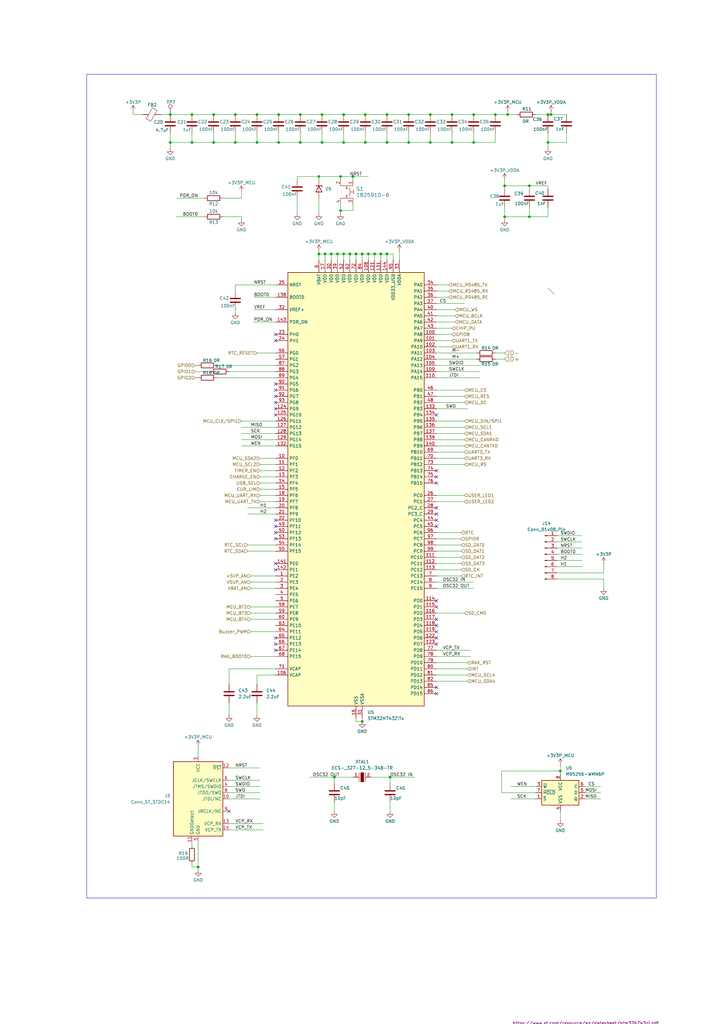
<source format=kicad_sch>
(kicad_sch (version 20250114) (generator "eeschema") (generator_version "9.0")
  (paper "A3" portrait)
  (title_block (title "OpenAirScope") (date "2025-09-08") (rev "v0-Draft") (company "E.Mert ÇAKIR"))
  (junction (at 138.43 104.14))
  (junction (at 158.75 104.14))
  (junction (at 105.41 58.42))
  (junction (at 78.74 46.99))
  (junction (at 78.74 58.42))
  (junction (at 158.75 58.42))
  (junction (at 140.97 104.14))
  (junction (at 167.64 58.42))
  (junction (at 105.41 46.99))
  (junction (at 140.97 58.42))
  (junction (at 96.52 46.99))
  (junction (at 132.08 46.99))
  (junction (at 151.13 104.14))
  (junction (at 148.59 295.91))
  (junction (at 207.01 76.2))
  (junction (at 114.3 46.99))
  (junction (at 69.85 46.99))
  (junction (at 140.97 46.99))
  (junction (at 123.19 46.99))
  (junction (at 137.16 318.77))
  (junction (at 203.2 46.99))
  (junction (at 153.67 104.14))
  (junction (at 139.7 86.36))
  (junction (at 176.53 58.42))
  (junction (at 160.02 318.77))
  (junction (at 143.51 104.14))
  (junction (at 144.78 72.39))
  (junction (at 185.42 58.42))
  (junction (at 224.79 46.99))
  (junction (at 167.64 46.99))
  (junction (at 146.05 104.14))
  (junction (at 226.06 46.99))
  (junction (at 81.28 355.6))
  (junction (at 149.86 58.42))
  (junction (at 123.19 58.42))
  (junction (at 224.79 58.42))
  (junction (at 69.85 58.42))
  (junction (at 217.17 76.2))
  (junction (at 114.3 58.42))
  (junction (at 87.63 46.99))
  (junction (at 207.01 88.9))
  (junction (at 148.59 104.14))
  (junction (at 139.7 72.39))
  (junction (at 132.08 58.42))
  (junction (at 96.52 58.42))
  (junction (at 135.89 104.14))
  (junction (at 149.86 46.99))
  (junction (at 130.81 104.14))
  (junction (at 156.21 104.14))
  (junction (at 208.28 46.99))
  (junction (at 217.17 88.9))
  (junction (at 229.87 316.23))
  (junction (at 130.81 72.39))
  (junction (at 87.63 58.42))
  (junction (at 194.31 58.42))
  (junction (at 158.75 46.99))
  (junction (at 194.31 46.99))
  (junction (at 176.53 46.99))
  (junction (at 133.35 104.14))
  (junction (at 185.42 46.99))
  (no_connect (at 113.03 264.16))
  (no_connect (at 179.07 246.38))
  (no_connect (at 179.07 264.16))
  (no_connect (at 113.03 170.18))
  (no_connect (at 179.07 281.94))
  (no_connect (at 113.03 162.56))
  (no_connect (at 179.07 215.9))
  (no_connect (at 179.07 170.18))
  (no_connect (at 113.03 233.68))
  (no_connect (at 179.07 256.54))
  (no_connect (at 93.98 332.74))
  (no_connect (at 113.03 215.9))
  (no_connect (at 113.03 157.48))
  (no_connect (at 113.03 220.98))
  (no_connect (at 113.03 167.64))
  (no_connect (at 113.03 160.02))
  (no_connect (at 179.07 193.04))
  (no_connect (at 113.03 137.16))
  (no_connect (at 113.03 218.44))
  (no_connect (at 179.07 284.48))
  (no_connect (at 179.07 261.62))
  (no_connect (at 179.07 248.92))
  (no_connect (at 179.07 254))
  (no_connect (at 179.07 195.58))
  (no_connect (at 113.03 261.62))
  (no_connect (at 113.03 266.7))
  (no_connect (at 113.03 165.1))
  (no_connect (at 179.07 210.82))
  (no_connect (at 179.07 259.08))
  (no_connect (at 113.03 139.7))
  (no_connect (at 113.03 213.36))
  (no_connect (at 179.07 213.36))
  (no_connect (at 179.07 198.12))
  (no_connect (at 113.03 231.14))
  (no_connect (at 179.07 208.28))
  (bus_entry (at 224.79 118.11) (size 2.54 2.54))
  (wire (pts (xy 203.2 147.32) (xy 207.01 147.32)))
  (wire (pts (xy 135.89 104.14) (xy 135.89 106.68)))
  (wire (pts (xy 93.98 322.58) (xy 106.68 322.58)))
  (wire (pts (xy 224.79 88.9) (xy 217.17 88.9)))
  (wire (pts (xy 247.65 234.95) (xy 247.65 231.14)))
  (wire (pts (xy 228.6 234.95) (xy 247.65 234.95)))
  (wire (pts (xy 179.07 152.4) (xy 196.85 152.4)))
  (wire (pts (xy 96.52 46.99) (xy 105.41 46.99)))
  (wire (pts (xy 185.42 46.99) (xy 194.31 46.99)))
  (wire (pts (xy 102.87 238.76) (xy 113.03 238.76)))
  (wire (pts (xy 205.74 316.23) (xy 229.87 316.23)))
  (wire (pts (xy 203.2 144.78) (xy 207.01 144.78)))
  (wire (pts (xy 207.01 76.2) (xy 217.17 76.2)))
  (wire (pts (xy 69.85 58.42) (xy 78.74 58.42)))
  (wire (pts (xy 130.81 102.87) (xy 130.81 104.14)))
  (wire (pts (xy 144.78 83.82) (xy 144.78 86.36)))
  (wire (pts (xy 160.02 328.93) (xy 160.02 332.74)))
  (wire (pts (xy 139.7 86.36) (xy 139.7 87.63)))
  (wire (pts (xy 144.78 72.39) (xy 151.13 72.39)))
  (wire (pts (xy 140.97 54.61) (xy 140.97 58.42)))
  (wire (pts (xy 229.87 316.23) (xy 229.87 317.5)))
  (wire (pts (xy 179.07 119.38) (xy 184.15 119.38)))
  (wire (pts (xy 185.42 58.42) (xy 176.53 58.42)))
  (wire (pts (xy 113.03 276.86) (xy 105.41 276.86)))
  (wire (pts (xy 78.74 354.33) (xy 78.74 355.6)))
  (wire (pts (xy 96.52 58.42) (xy 105.41 58.42)))
  (wire (pts (xy 179.07 182.88) (xy 190.5 182.88)))
  (wire (pts (xy 179.07 167.64) (xy 191.77 167.64)))
  (wire (pts (xy 139.7 83.82) (xy 139.7 86.36)))
  (wire (pts (xy 54.61 46.99) (xy 54.61 45.72)))
  (wire (pts (xy 228.6 232.41) (xy 238.76 232.41)))
  (wire (pts (xy 106.68 193.04) (xy 113.03 193.04)))
  (wire (pts (xy 228.6 219.71) (xy 238.76 219.71)))
  (wire (pts (xy 99.06 177.8) (xy 113.03 177.8)))
  (wire (pts (xy 179.07 231.14) (xy 189.23 231.14)))
  (wire (pts (xy 140.97 58.42) (xy 149.86 58.42)))
  (wire (pts (xy 209.55 322.58) (xy 219.71 322.58)))
  (wire (pts (xy 179.07 177.8) (xy 190.5 177.8)))
  (wire (pts (xy 170.18 318.77) (xy 160.02 318.77)))
  (wire (pts (xy 81.28 345.44) (xy 81.28 355.6)))
  (wire (pts (xy 93.98 288.29) (xy 93.98 293.37)))
  (wire (pts (xy 179.07 175.26) (xy 190.5 175.26)))
  (wire (pts (xy 96.52 119.38) (xy 96.52 116.84)))
  (wire (pts (xy 121.92 72.39) (xy 130.81 72.39)))
  (wire (pts (xy 105.41 276.86) (xy 105.41 280.67)))
  (wire (pts (xy 149.86 54.61) (xy 149.86 58.42)))
  (wire (pts (xy 146.05 104.14) (xy 143.51 104.14)))
  (wire (pts (xy 179.07 154.94) (xy 196.85 154.94)))
  (wire (pts (xy 179.07 236.22) (xy 189.23 236.22)))
  (wire (pts (xy 207.01 73.66) (xy 207.01 76.2)))
  (wire (pts (xy 78.74 355.6) (xy 81.28 355.6)))
  (wire (pts (xy 87.63 54.61) (xy 87.63 58.42)))
  (wire (pts (xy 102.87 236.22) (xy 113.03 236.22)))
  (wire (pts (xy 240.03 322.58) (xy 246.38 322.58)))
  (wire (pts (xy 247.65 237.49) (xy 247.65 241.3)))
  (wire (pts (xy 93.98 340.36) (xy 107.95 340.36)))
  (polyline (pts (xy 35.56 354.33) (xy 35.56 368.3)))
  (wire (pts (xy 140.97 104.14) (xy 140.97 106.68)))
  (wire (pts (xy 176.53 46.99) (xy 185.42 46.99)))
  (wire (pts (xy 208.28 46.99) (xy 212.09 46.99)))
  (wire (pts (xy 132.08 54.61) (xy 132.08 58.42)))
  (wire (pts (xy 240.03 325.12) (xy 246.38 325.12)))
  (wire (pts (xy 101.6 210.82) (xy 113.03 210.82)))
  (wire (pts (xy 179.07 185.42) (xy 190.5 185.42)))
  (wire (pts (xy 224.79 77.47) (xy 224.79 76.2)))
  (wire (pts (xy 228.6 229.87) (xy 238.76 229.87)))
  (wire (pts (xy 179.07 228.6) (xy 189.23 228.6)))
  (wire (pts (xy 69.85 58.42) (xy 69.85 60.96)))
  (wire (pts (xy 140.97 46.99) (xy 149.86 46.99)))
  (wire (pts (xy 179.07 162.56) (xy 190.5 162.56)))
  (wire (pts (xy 179.07 220.98) (xy 189.23 220.98)))
  (wire (pts (xy 87.63 58.42) (xy 96.52 58.42)))
  (wire (pts (xy 179.07 160.02) (xy 190.5 160.02)))
  (wire (pts (xy 205.74 325.12) (xy 219.71 325.12)))
  (wire (pts (xy 151.13 104.14) (xy 148.59 104.14)))
  (wire (pts (xy 203.2 46.99) (xy 208.28 46.99)))
  (wire (pts (xy 158.75 54.61) (xy 158.75 58.42)))
  (wire (pts (xy 228.6 224.79) (xy 238.76 224.79)))
  (wire (pts (xy 101.6 226.06) (xy 113.03 226.06)))
  (wire (pts (xy 99.06 182.88) (xy 113.03 182.88)))
  (wire (pts (xy 102.87 248.92) (xy 113.03 248.92)))
  (wire (pts (xy 153.67 104.14) (xy 153.67 106.68)))
  (wire (pts (xy 179.07 203.2) (xy 190.5 203.2)))
  (wire (pts (xy 105.41 46.99) (xy 114.3 46.99)))
  (wire (pts (xy 81.28 306.07) (xy 81.28 309.88)))
  (wire (pts (xy 96.52 54.61) (xy 96.52 58.42)))
  (wire (pts (xy 217.17 76.2) (xy 217.17 77.47)))
  (wire (pts (xy 149.86 58.42) (xy 158.75 58.42)))
  (wire (pts (xy 156.21 104.14) (xy 153.67 104.14)))
  (wire (pts (xy 93.98 337.82) (xy 107.95 337.82)))
  (polyline (pts (xy 269.24 30.48) (xy 269.24 368.3)))
  (wire (pts (xy 130.81 81.28) (xy 130.81 87.63)))
  (wire (pts (xy 149.86 46.99) (xy 158.75 46.99)))
  (wire (pts (xy 179.07 139.7) (xy 185.42 139.7)))
  (wire (pts (xy 176.53 58.42) (xy 167.64 58.42)))
  (wire (pts (xy 185.42 54.61) (xy 185.42 58.42)))
  (wire (pts (xy 167.64 46.99) (xy 176.53 46.99)))
  (wire (pts (xy 151.13 104.14) (xy 151.13 106.68)))
  (wire (pts (xy 102.87 254) (xy 113.03 254)))
  (wire (pts (xy 207.01 76.2) (xy 207.01 77.47)))
  (wire (pts (xy 179.07 238.76) (xy 194.31 238.76)))
  (wire (pts (xy 158.75 46.99) (xy 167.64 46.99)))
  (wire (pts (xy 96.52 116.84) (xy 113.03 116.84)))
  (wire (pts (xy 179.07 121.92) (xy 184.15 121.92)))
  (wire (pts (xy 80.01 152.4) (xy 86.36 152.4)))
  (wire (pts (xy 91.44 88.9) (xy 99.06 88.9)))
  (wire (pts (xy 144.78 86.36) (xy 139.7 86.36)))
  (wire (pts (xy 161.29 104.14) (xy 158.75 104.14)))
  (wire (pts (xy 102.87 269.24) (xy 113.03 269.24)))
  (wire (pts (xy 179.07 149.86) (xy 196.85 149.86)))
  (wire (pts (xy 93.98 274.32) (xy 93.98 280.67)))
  (wire (pts (xy 148.59 104.14) (xy 148.59 106.68)))
  (wire (pts (xy 102.87 251.46) (xy 113.03 251.46)))
  (wire (pts (xy 143.51 104.14) (xy 143.51 106.68)))
  (wire (pts (xy 179.07 241.3) (xy 194.31 241.3)))
  (wire (pts (xy 113.03 274.32) (xy 93.98 274.32)))
  (wire (pts (xy 217.17 88.9) (xy 207.01 88.9)))
  (wire (pts (xy 144.78 72.39) (xy 144.78 73.66)))
  (wire (pts (xy 127 318.77) (xy 137.16 318.77)))
  (wire (pts (xy 138.43 104.14) (xy 138.43 106.68)))
  (wire (pts (xy 217.17 76.2) (xy 224.79 76.2)))
  (wire (pts (xy 194.31 54.61) (xy 194.31 58.42)))
  (wire (pts (xy 72.39 81.28) (xy 83.82 81.28)))
  (wire (pts (xy 179.07 124.46) (xy 190.5 124.46)))
  (wire (pts (xy 224.79 54.61) (xy 224.79 58.42)))
  (wire (pts (xy 130.81 73.66) (xy 130.81 72.39)))
  (wire (pts (xy 167.64 54.61) (xy 167.64 58.42)))
  (wire (pts (xy 69.85 54.61) (xy 69.85 58.42)))
  (wire (pts (xy 160.02 318.77) (xy 160.02 321.31)))
  (wire (pts (xy 179.07 134.62) (xy 185.42 134.62)))
  (wire (pts (xy 179.07 205.74) (xy 190.5 205.74)))
  (wire (pts (xy 80.01 149.86) (xy 81.28 149.86)))
  (wire (pts (xy 72.39 88.9) (xy 83.82 88.9)))
  (wire (pts (xy 179.07 266.7) (xy 193.04 266.7)))
  (wire (pts (xy 226.06 45.72) (xy 226.06 46.99)))
  (wire (pts (xy 80.01 154.94) (xy 81.28 154.94)))
  (wire (pts (xy 104.14 132.08) (xy 113.03 132.08)))
  (wire (pts (xy 179.07 132.08) (xy 186.69 132.08)))
  (wire (pts (xy 130.81 72.39) (xy 139.7 72.39)))
  (wire (pts (xy 179.07 190.5) (xy 190.5 190.5)))
  (wire (pts (xy 179.07 276.86) (xy 191.77 276.86)))
  (wire (pts (xy 101.6 208.28) (xy 113.03 208.28)))
  (wire (pts (xy 106.68 203.2) (xy 113.03 203.2)))
  (wire (pts (xy 99.06 88.9) (xy 99.06 90.17)))
  (wire (pts (xy 146.05 295.91) (xy 148.59 295.91)))
  (wire (pts (xy 106.68 190.5) (xy 113.03 190.5)))
  (wire (pts (xy 69.85 46.99) (xy 78.74 46.99)))
  (wire (pts (xy 143.51 104.14) (xy 140.97 104.14)))
  (wire (pts (xy 179.07 144.78) (xy 195.58 144.78)))
  (wire (pts (xy 96.52 127) (xy 96.52 128.27)))
  (wire (pts (xy 133.35 106.68) (xy 133.35 104.14)))
  (wire (pts (xy 104.14 127) (xy 113.03 127)))
  (polyline (pts (xy 35.56 30.48) (xy 269.24 30.48)))
  (wire (pts (xy 163.83 102.87) (xy 163.83 106.68)))
  (wire (pts (xy 133.35 104.14) (xy 130.81 104.14)))
  (wire (pts (xy 167.64 58.42) (xy 158.75 58.42)))
  (wire (pts (xy 179.07 147.32) (xy 195.58 147.32)))
  (wire (pts (xy 224.79 85.09) (xy 224.79 88.9)))
  (wire (pts (xy 78.74 58.42) (xy 87.63 58.42)))
  (wire (pts (xy 161.29 106.68) (xy 161.29 104.14)))
  (wire (pts (xy 179.07 271.78) (xy 191.77 271.78)))
  (wire (pts (xy 158.75 104.14) (xy 156.21 104.14)))
  (wire (pts (xy 58.42 46.99) (xy 54.61 46.99)))
  (wire (pts (xy 123.19 54.61) (xy 123.19 58.42)))
  (wire (pts (xy 78.74 345.44) (xy 78.74 346.71)))
  (wire (pts (xy 137.16 328.93) (xy 137.16 332.74)))
  (wire (pts (xy 123.19 46.99) (xy 132.08 46.99)))
  (wire (pts (xy 224.79 46.99) (xy 219.71 46.99)))
  (wire (pts (xy 179.07 223.52) (xy 189.23 223.52)))
  (wire (pts (xy 156.21 104.14) (xy 156.21 106.68)))
  (wire (pts (xy 106.68 200.66) (xy 113.03 200.66)))
  (wire (pts (xy 207.01 88.9) (xy 207.01 90.17)))
  (wire (pts (xy 148.59 294.64) (xy 148.59 295.91)))
  (wire (pts (xy 121.92 81.28) (xy 121.92 87.63)))
  (wire (pts (xy 99.06 180.34) (xy 113.03 180.34)))
  (wire (pts (xy 139.7 72.39) (xy 139.7 73.66)))
  (wire (pts (xy 153.67 104.14) (xy 151.13 104.14)))
  (wire (pts (xy 99.06 172.72) (xy 113.03 172.72)))
  (wire (pts (xy 102.87 241.3) (xy 113.03 241.3)))
  (wire (pts (xy 179.07 279.4) (xy 191.77 279.4)))
  (wire (pts (xy 179.07 180.34) (xy 190.5 180.34)))
  (wire (pts (xy 105.41 144.78) (xy 113.03 144.78)))
  (wire (pts (xy 179.07 226.06) (xy 189.23 226.06)))
  (wire (pts (xy 114.3 46.99) (xy 123.19 46.99)))
  (wire (pts (xy 132.08 58.42) (xy 140.97 58.42)))
  (wire (pts (xy 229.87 332.74) (xy 229.87 336.55)))
  (wire (pts (xy 99.06 175.26) (xy 113.03 175.26)))
  (wire (pts (xy 232.41 58.42) (xy 224.79 58.42)))
  (wire (pts (xy 160.02 318.77) (xy 152.4 318.77)))
  (wire (pts (xy 106.68 187.96) (xy 113.03 187.96)))
  (wire (pts (xy 208.28 45.72) (xy 208.28 46.99)))
  (wire (pts (xy 66.04 46.99) (xy 69.85 46.99)))
  (wire (pts (xy 179.07 116.84) (xy 184.15 116.84)))
  (wire (pts (xy 106.68 195.58) (xy 113.03 195.58)))
  (wire (pts (xy 139.7 72.39) (xy 144.78 72.39)))
  (wire (pts (xy 203.2 54.61) (xy 203.2 58.42)))
  (wire (pts (xy 135.89 104.14) (xy 133.35 104.14)))
  (wire (pts (xy 179.07 218.44) (xy 189.23 218.44)))
  (wire (pts (xy 104.14 121.92) (xy 113.03 121.92)))
  (wire (pts (xy 179.07 129.54) (xy 186.69 129.54)))
  (wire (pts (xy 226.06 46.99) (xy 224.79 46.99)))
  (wire (pts (xy 179.07 187.96) (xy 190.5 187.96)))
  (wire (pts (xy 179.07 165.1) (xy 190.5 165.1)))
  (wire (pts (xy 137.16 318.77) (xy 137.16 321.31)))
  (wire (pts (xy 179.07 172.72) (xy 190.5 172.72)))
  (wire (pts (xy 226.06 46.99) (xy 232.41 46.99)))
  (wire (pts (xy 93.98 152.4) (xy 113.03 152.4)))
  (wire (pts (xy 229.87 313.69) (xy 229.87 316.23)))
  (wire (pts (xy 194.31 46.99) (xy 203.2 46.99)))
  (wire (pts (xy 209.55 327.66) (xy 219.71 327.66)))
  (wire (pts (xy 121.92 73.66) (xy 121.92 72.39)))
  (wire (pts (xy 93.98 325.12) (xy 106.68 325.12)))
  (wire (pts (xy 228.6 222.25) (xy 238.76 222.25)))
  (wire (pts (xy 232.41 54.61) (xy 232.41 58.42)))
  (wire (pts (xy 105.41 54.61) (xy 105.41 58.42)))
  (wire (pts (xy 179.07 127) (xy 186.69 127)))
  (wire (pts (xy 78.74 46.99) (xy 87.63 46.99)))
  (wire (pts (xy 144.78 318.77) (xy 137.16 318.77)))
  (wire (pts (xy 88.9 149.86) (xy 113.03 149.86)))
  (wire (pts (xy 106.68 205.74) (xy 113.03 205.74)))
  (wire (pts (xy 105.41 288.29) (xy 105.41 293.37)))
  (wire (pts (xy 158.75 104.14) (xy 158.75 106.68)))
  (wire (pts (xy 207.01 85.09) (xy 207.01 88.9)))
  (wire (pts (xy 88.9 154.94) (xy 113.03 154.94)))
  (wire (pts (xy 140.97 104.14) (xy 138.43 104.14)))
  (wire (pts (xy 87.63 46.99) (xy 96.52 46.99)))
  (polyline (pts (xy 35.56 354.33) (xy 35.56 30.48)))
  (wire (pts (xy 176.53 54.61) (xy 176.53 58.42)))
  (wire (pts (xy 217.17 85.09) (xy 217.17 88.9)))
  (wire (pts (xy 102.87 259.08) (xy 113.03 259.08)))
  (wire (pts (xy 106.68 198.12) (xy 113.03 198.12)))
  (wire (pts (xy 132.08 46.99) (xy 140.97 46.99)))
  (wire (pts (xy 148.59 104.14) (xy 146.05 104.14)))
  (wire (pts (xy 205.74 325.12) (xy 205.74 316.23)))
  (wire (pts (xy 101.6 223.52) (xy 113.03 223.52)))
  (wire (pts (xy 99.06 78.74) (xy 99.06 81.28)))
  (wire (pts (xy 179.07 142.24) (xy 185.42 142.24)))
  (wire (pts (xy 93.98 320.04) (xy 106.68 320.04)))
  (wire (pts (xy 194.31 58.42) (xy 185.42 58.42)))
  (wire (pts (xy 93.98 327.66) (xy 106.68 327.66)))
  (wire (pts (xy 138.43 104.14) (xy 135.89 104.14)))
  (wire (pts (xy 123.19 58.42) (xy 132.08 58.42)))
  (wire (pts (xy 224.79 60.96) (xy 224.79 58.42)))
  (wire (pts (xy 179.07 251.46) (xy 190.5 251.46)))
  (wire (pts (xy 130.81 104.14) (xy 130.81 106.68)))
  (polyline (pts (xy 269.24 368.3) (xy 35.56 368.3)))
  (wire (pts (xy 179.07 233.68) (xy 189.23 233.68)))
  (wire (pts (xy 91.44 81.28) (xy 99.06 81.28)))
  (wire (pts (xy 240.03 327.66) (xy 246.38 327.66)))
  (wire (pts (xy 179.07 274.32) (xy 191.77 274.32)))
  (wire (pts (xy 114.3 54.61) (xy 114.3 58.42)))
  (wire (pts (xy 93.98 314.96) (xy 106.68 314.96)))
  (wire (pts (xy 81.28 355.6) (xy 81.28 356.87)))
  (wire (pts (xy 228.6 227.33) (xy 238.76 227.33)))
  (wire (pts (xy 203.2 58.42) (xy 194.31 58.42)))
  (wire (pts (xy 78.74 54.61) (xy 78.74 58.42)))
  (wire (pts (xy 179.07 137.16) (xy 185.42 137.16)))
  (wire (pts (xy 114.3 58.42) (xy 123.19 58.42)))
  (wire (pts (xy 146.05 295.91) (xy 146.05 294.64)))
  (wire (pts (xy 105.41 58.42) (xy 114.3 58.42)))
  (wire (pts (xy 228.6 237.49) (xy 247.65 237.49)))
  (wire (pts (xy 179.07 269.24) (xy 193.04 269.24)))
  (wire (pts (xy 146.05 104.14) (xy 146.05 106.68)))
  (label "OSC32 OUT" (at 181.61 241.3 0))
  (label "VCP_TX" (at 96.52 340.36 0))
  (label "MOSI" (at 240.03 325.12 0))
  (label "WEN" (at 212.09 322.58 0))
  (label "SWCLK" (at 184.15 152.4 0))
  (label "OSC32 OUT" (at 128.27 318.77 0))
  (label "BOOT0" (at 229.87 227.33 0))
  (label "VCP_TX" (at 181.61 266.7 0))
  (label "CS" (at 180.34 124.46 0))
  (label "H1" (at 106.68 208.28 0))
  (label "NRST" (at 229.87 224.79 0))
  (label "NRST" (at 96.52 314.96 0))
  (label "VCP_RX" (at 96.52 337.82 0))
  (label "CS" (at 241.3 322.58 0))
  (label "M+" (at 185.4025 147.32 0))
  (label "PDR_ON" (at 104.14 132.08 0))
  (label "SWCLK" (at 96.52 320.04 0))
  (label "SWO" (at 182.88 167.64 0))
  (label "VREF" (at 104.14 127 0))
  (label "OSC32 IN" (at 160.02 318.77 0))
  (label "SWDIO" (at 184.15 149.86 0))
  (label "JTDI" (at 184.15 154.94 0))
  (label "MISO" (at 102.87 175.26 0))
  (label "M-" (at 185.42 144.78 0))
  (label "VREF" (at 219.71 76.2 0))
  (label "SWO" (at 96.52 325.12 0))
  (label "BOOT0" (at 74.93 88.9 0))
  (label "NRST" (at 143.51 72.39 0))
  (label "MISO" (at 240.03 327.66 0))
  (label "BOOT0" (at 104.14 121.92 0))
  (label "NRST" (at 104.14 116.84 0))
  (label "PDR_ON" (at 73.66 81.28 0))
  (label "VCP_RX" (at 181.61 269.24 0))
  (label "WEN" (at 102.87 182.88 0))
  (label "H2" (at 106.68 210.82 0))
  (label "SCK" (at 102.87 177.8 0))
  (label "H2" (at 229.87 229.87 0))
  (label "JTDI" (at 96.52 327.66 0))
  (label "OSC32 IN" (at 181.61 238.76 0))
  (label "SWCLK" (at 229.87 222.25 0))
  (label "H1" (at 229.87 232.41 0))
  (label "SWDIO" (at 229.87 219.71 0))
  (label "MOSI" (at 102.87 180.34 0))
  (label "SCK" (at 212.09 327.66 0))
  (label "SWDIO" (at 96.52 322.58 0))
  (hierarchical_label "RTC_INT" (shape input) (at 189.23 236.22 0))
  (hierarchical_label "GPIO2" (shape input) (at 80.01 154.94 180))
  (hierarchical_label "MCU_SDA4" (shape input) (at 191.77 279.4 0))
  (hierarchical_label "D+" (shape input) (at 207.01 147.32 0) (effects (font (size 1.778 1.778))))
  (hierarchical_label "CHIP_PU" (shape input) (at 185.42 134.62 0))
  (hierarchical_label "MCU_BT3" (shape input) (at 102.87 251.46 180))
  (hierarchical_label "MCU_CANRXD" (shape input) (at 190.5 180.34 0))
  (hierarchical_label "MCU_SCL4" (shape input) (at 191.77 276.86 0))
  (hierarchical_label "GPIO0" (shape input) (at 80.01 149.86 180))
  (hierarchical_label "MCU_UART_TX" (shape input) (at 106.68 205.74 180))
  (hierarchical_label "GPIO1" (shape input) (at 80.01 152.4 180))
  (hierarchical_label "MCU_CANTXD" (shape input) (at 190.5 182.88 0))
  (hierarchical_label "MCU_RS" (shape input) (at 190.5 190.5 0))
  (hierarchical_label "MCU_UART_RX" (shape input) (at 106.68 203.2 180))
  (hierarchical_label "USB_SEL" (shape input) (at 106.68 198.12 180))
  (hierarchical_label "MCU_WS" (shape input) (at 186.69 127 0))
  (hierarchical_label "MCU_RS485_TX" (shape input) (at 184.15 116.84 0))
  (hierarchical_label "MCU_RS485_RX" (shape input) (at 184.15 119.38 0))
  (hierarchical_label "MCU_SDA1" (shape input) (at 190.5 177.8 0))
  (hierarchical_label "MCU_SCL2" (shape input) (at 106.68 190.5 180))
  (hierarchical_label "RTC_SCL" (shape input) (at 101.6 223.52 180))
  (hierarchical_label "SD_CMD" (shape input) (at 190.5 251.46 0))
  (hierarchical_label "Buzzer_PWM" (shape input) (at 102.87 259.08 180))
  (hierarchical_label "RAK_BOOT0" (shape input) (at 102.87 269.24 180))
  (hierarchical_label "CHARGE_EN" (shape input) (at 106.68 195.58 180))
  (hierarchical_label "CUR_LIM" (shape input) (at 106.68 200.66 180))
  (hierarchical_label "MCU_DIN{slash}SPI1" (shape input) (at 190.5 172.72 0))
  (hierarchical_label "RTC_RESET" (shape input) (at 105.41 144.78 180))
  (hierarchical_label "MCU_SDA2" (shape input) (at 106.68 187.96 180))
  (hierarchical_label "GPIO8" (shape input) (at 185.42 137.16 0))
  (hierarchical_label "GPIO9" (shape input) (at 189.23 220.98 0))
  (hierarchical_label "MCU_DC" (shape input) (at 190.5 165.1 0))
  (hierarchical_label "VBAT_AN" (shape input) (at 102.87 241.3 180))
  (hierarchical_label "RAK_RST" (shape input) (at 191.77 271.78 0))
  (hierarchical_label "UART3_TX" (shape input) (at 190.5 185.42 0))
  (hierarchical_label "MCU_DATA" (shape input) (at 186.69 132.08 0))
  (hierarchical_label "RTC_SDA" (shape input) (at 101.6 226.06 180))
  (hierarchical_label "SD_CK" (shape input) (at 189.23 233.68 0))
  (hierarchical_label "TIMER_EN" (shape input) (at 106.68 193.04 180))
  (hierarchical_label "UART3_RX" (shape input) (at 190.5 187.96 0))
  (hierarchical_label "SD_DAT1" (shape input) (at 189.23 226.06 0))
  (hierarchical_label "MCU_RES" (shape input) (at 190.5 162.56 0))
  (hierarchical_label "USER_LED1" (shape input) (at 190.5 203.2 0))
  (hierarchical_label "INT" (shape input) (at 191.77 274.32 0))
  (hierarchical_label "USER_LED2" (shape input) (at 190.5 205.74 0))
  (hierarchical_label "SD_DAT0" (shape input) (at 189.23 223.52 0))
  (hierarchical_label "+5VP_AN" (shape input) (at 102.87 236.22 180))
  (hierarchical_label "MCU_BT2" (shape input) (at 102.87 248.92 180))
  (hierarchical_label "MCU_CS" (shape input) (at 190.5 160.02 0))
  (hierarchical_label "UART1_TX" (shape input) (at 185.42 139.7 0))
  (hierarchical_label "SD_DAT2" (shape input) (at 189.23 228.6 0))
  (hierarchical_label "RTC" (shape input) (at 189.23 218.44 0))
  (hierarchical_label "MCU_RS485_RE" (shape input) (at 184.15 121.92 0))
  (hierarchical_label "UART1_RX" (shape input) (at 185.42 142.24 0))
  (hierarchical_label "VSUP_AN" (shape input) (at 102.87 238.76 180))
  (hierarchical_label "D-" (shape input) (at 207.01 144.78 0) (effects (font (size 1.778 1.778))))
  (hierarchical_label "MCU_CLK{slash}SPI1" (shape input) (at 99.06 172.72 180))
  (hierarchical_label "MCU_BCLK" (shape input) (at 186.69 129.54 0))
  (hierarchical_label "SD_DAT3" (shape input) (at 189.23 231.14 0))
  (hierarchical_label "MCU_BT4" (shape input) (at 102.87 254 180))
  (hierarchical_label "MCU_SCL1" (shape input) (at 190.5 175.26 0))
  (symbol (lib_id "Device:C") (at 224.79 81.28 0) (unit 1)
    (property "Reference" "C40" (at 219.456 79.248 0) (effects (justify left)))
    (property "Value" "1nF" (at 220.2878 83.4907 0) (effects (justify left)))
    (property "Footprint" "Capacitor_SMD:C_0603_1608Metric" (effects (hide yes)))
    (property "Description" "Unpolarized capacitor" (effects (hide yes)))
  )
  (symbol (lib_id "Device:R") (at 87.63 88.9 270) (unit 1)
    (property "Reference" "R13" (at 87.63 91.186 90))
    (property "Value" "10k" (at 87.63 86.614 90))
    (property "Footprint" "Resistor_SMD:R_0603_1608Metric" (effects (hide yes)))
    (property "Description" "Resistor" (effects (hide yes)))
  )
  (symbol (lib_id "Device:C") (at 78.74 50.8 0) (unit 1)
    (property "Reference" "C21" (at 72.644 50.038 0) (effects (justify left)))
    (property "Value" "1uF" (at 74.9202 53.1593 0) (effects (justify left)))
    (property "Footprint" "Capacitor_SMD:C_1206_3216Metric" (effects (hide yes)))
    (property "Description" "Unpolarized capacitor" (effects (hide yes)))
  )
  (symbol (lib_id "power:VBUS") (at 229.87 313.69 0) (unit 1)
    (property "Reference" "#PWR060" (effects (hide yes)))
    (property "Value" "+3V3P_MCU" (at 229.87 309.88 0))
    (property "Description" "Power symbol creates a global label with name \"VBUS\"" (effects (hide yes)))
  )
  (symbol (lib_id "power:VBUS") (at 54.61 45.72 0) (unit 1)
    (property "Reference" "#PWR042" (effects (hide yes)))
    (property "Value" "+3V3P" (at 54.61 41.91 0))
    (property "Description" "Power symbol creates a global label with name \"VBUS\"" (effects (hide yes)))
  )
  (symbol (lib_id "Device:C") (at 114.3 50.8 0) (mirror x) (unit 1)
    (property "Reference" "C25" (at 111.7443 49.9339 0) (effects (justify right)))
    (property "Value" "100nF" (at 114.3 53.0398 0) (effects (justify right)))
    (property "Footprint" "Capacitor_SMD:C_0603_1608Metric" (effects (hide yes)))
    (property "Description" "Unpolarized capacitor" (effects (hide yes)))
  )
  (symbol (lib_id "power:GND") (at 96.52 128.27 0) (unit 1)
    (property "Reference" "#PWR053" (effects (hide yes)))
    (property "Value" "GND" (at 96.52 132.334 0))
    (property "Description" "Power symbol creates a global label with name \"GND\" , ground" (effects (hide yes)))
  )
  (symbol (lib_id "power:GND") (at 93.98 293.37 0) (unit 1)
    (property "Reference" "#PWR057" (effects (hide yes)))
    (property "Value" "GND" (at 93.98 297.434 0))
    (property "Description" "Power symbol creates a global label with name \"GND\" , ground" (effects (hide yes)))
  )
  (symbol (lib_id "Device:C") (at 176.53 50.8 0) (mirror x) (unit 1)
    (property "Reference" "C32" (at 173.9743 49.9339 0) (effects (justify right)))
    (property "Value" "100nF" (at 176.53 53.0398 0) (effects (justify right)))
    (property "Footprint" "Capacitor_SMD:C_0603_1608Metric" (effects (hide yes)))
    (property "Description" "Unpolarized capacitor" (effects (hide yes)))
  )
  (symbol (lib_id "power:VBUS") (at 99.06 78.74 0) (unit 1)
    (property "Reference" "#PWR030" (effects (hide yes)))
    (property "Value" "+3V3P_MCU" (at 99.06 74.93 0))
    (property "Description" "Power symbol creates a global label with name \"VBUS\"" (effects (hide yes)))
  )
  (symbol (lib_id "Connector:TestPoint") (at 69.85 46.99 0) (unit 1)
    (property "Reference" "TP7" (at 68.3117 42.0173 0) (effects (justify left)))
    (property "Value" "TestPoint" (effects (hide yes)))
    (property "Footprint" "TestPoint:TestPoint_Pad_D1.0mm" (effects (hide yes)))
    (property "Description" "test point" (effects (hide yes)))
  )
  (symbol (lib_id "Device:R") (at 85.09 149.86 90) (unit 1)
    (property "Reference" "R16" (at 85.09 147.828 90))
    (property "Value" "0R" (at 88.9 147.828 90))
    (property "Footprint" "Resistor_SMD:R_0603_1608Metric" (effects (hide yes)))
    (property "Description" "Resistor" (effects (hide yes)))
  )
  (symbol (lib_id "Device:FerriteBead") (at 62.23 46.99 90) (unit 1)
    (property "Reference" "FB2" (at 62.4293 43.0478 90))
    (property "Value" "FerriteBead" (effects (hide yes)))
    (property "Footprint" "Inductor_SMD:L_0603_1608Metric" (effects (hide yes)))
    (property "Description" "Ferrite bead" (effects (hide yes)))
  )
  (symbol (lib_id "Device:C") (at 167.64 50.8 0) (mirror x) (unit 1)
    (property "Reference" "C31" (at 165.0843 49.9339 0) (effects (justify right)))
    (property "Value" "100nF" (at 167.64 53.0398 0) (effects (justify right)))
    (property "Footprint" "Capacitor_SMD:C_0603_1608Metric" (effects (hide yes)))
    (property "Description" "Unpolarized capacitor" (effects (hide yes)))
  )
  (symbol (lib_id "Diode:PTVS5V0Z1USK") (at 130.81 77.47 270) (unit 1)
    (property "Reference" "D5" (at 133.35 77.4699 90) (effects (justify left)))
    (property "Value" "PTVS5V0Z1USKYL" (effects (hide yes)))
    (property "Footprint" "Diode_SMD:Nexperia_DSN1608-2_1.6x0.8mm" (effects (hide yes)))
    (property "Datasheet" "https://assets.nexperia.com/documents/data-sheet/PTVS5V0Z1USK.pdf" (effects (hide yes)))
    (property "Description" "5V, 1200W TVS unidirectional diode, DSN1608-2" (effects (hide yes)))
  )
  (symbol (lib_id "power:VBUS") (at 130.81 102.87 0) (unit 1)
    (property "Reference" "#PWR051" (effects (hide yes)))
    (property "Value" "+3V3P_MCU" (at 130.81 99.06 0))
    (property "Description" "Power symbol creates a global label with name \"VBUS\"" (effects (hide yes)))
  )
  (symbol (lib_id "Device:C") (at 203.2 50.8 0) (mirror x) (unit 1)
    (property "Reference" "C35" (at 200.6443 49.9339 0) (effects (justify right)))
    (property "Value" "100nF" (at 203.2 53.0398 0) (effects (justify right)))
    (property "Footprint" "Capacitor_SMD:C_0603_1608Metric" (effects (hide yes)))
    (property "Description" "Unpolarized capacitor" (effects (hide yes)))
  )
  (symbol (lib_id "Device:C") (at 158.75 50.8 0) (mirror x) (unit 1)
    (property "Reference" "C30" (at 156.1943 49.9339 0) (effects (justify right)))
    (property "Value" "100nF" (at 158.75 53.0398 0) (effects (justify right)))
    (property "Footprint" "Capacitor_SMD:C_0603_1608Metric" (effects (hide yes)))
    (property "Description" "Unpolarized capacitor" (effects (hide yes)))
  )
  (symbol (lib_id "power:GND") (at 137.16 332.74 0) (mirror y) (unit 1)
    (property "Reference" "#PWR063" (effects (hide yes)))
    (property "Value" "GND" (at 137.16 336.804 0))
    (property "Description" "Power symbol creates a global label with name \"GND\" , ground" (effects (hide yes)))
  )
  (symbol (lib_id "Device:R") (at 215.9 46.99 90) (unit 1)
    (property "Reference" "R11" (at 216.154 44.704 90))
    (property "Value" "0R" (at 215.646 49.784 90))
    (property "Footprint" "Resistor_SMD:R_0603_1608Metric" (effects (hide yes)))
    (property "Description" "Resistor" (effects (hide yes)))
  )
  (symbol (lib_id "MCU_ST_STM32H7:STM32H743ZITx") (at 146.05 200.66 0) (unit 1)
    (property "Reference" "U5" (at 150.7333 292.1 0) (effects (justify left)))
    (property "Value" "STM32H743ZITx" (at 150.7333 294.64 0) (effects (justify left)))
    (property "Footprint" "Package_QFP:LQFP-144_20x20mm_P0.5mm" (effects (hide yes)))
    (property "Datasheet" "https://www.st.com/resource/en/datasheet/stm32h743zi.pdf" (at 240.284 419.608 0))
    (property "Description" "STMicroelectronics Arm Cortex-M7 MCU, 2048KB flash, 1024KB RAM, 480 MHz, 1.62-3.6V, 114 GPIO, LQFP144" (effects (hide yes)))
  )
  (symbol (lib_id "Device:C") (at 207.01 81.28 0) (unit 1)
    (property "Reference" "C38" (at 200.914 80.518 0) (effects (justify left)))
    (property "Value" "1uF" (at 203.1902 83.6393 0) (effects (justify left)))
    (property "Footprint" "Capacitor_SMD:C_1206_3216Metric" (effects (hide yes)))
    (property "Description" "Unpolarized capacitor" (effects (hide yes)))
  )
  (symbol (lib_id "Device:C") (at 123.19 50.8 0) (mirror x) (unit 1)
    (property "Reference" "C26" (at 120.6343 49.9339 0) (effects (justify right)))
    (property "Value" "100nF" (at 123.19 53.0398 0) (effects (justify right)))
    (property "Footprint" "Capacitor_SMD:C_0603_1608Metric" (effects (hide yes)))
    (property "Description" "Unpolarized capacitor" (effects (hide yes)))
  )
  (symbol (lib_id "power:GND") (at 130.81 87.63 0) (unit 1)
    (property "Reference" "#PWR055" (effects (hide yes)))
    (property "Value" "GND" (at 130.81 91.694 0))
    (property "Description" "Power symbol creates a global label with name \"GND\" , ground" (effects (hide yes)))
  )
  (symbol (lib_id "Device:R") (at 199.39 147.32 90) (mirror x) (unit 1)
    (property "Reference" "R15" (at 199.39 149.352 90))
    (property "Value" "0R" (at 203.2 149.352 90))
    (property "Footprint" "Resistor_SMD:R_0603_1608Metric" (effects (hide yes)))
    (property "Description" "Resistor" (effects (hide yes)))
  )
  (symbol (lib_id "power:GND") (at 207.01 90.17 0) (unit 1)
    (property "Reference" "#PWR050" (effects (hide yes)))
    (property "Value" "GND" (at 207.01 94.234 0))
    (property "Description" "Power symbol creates a global label with name \"GND\" , ground" (effects (hide yes)))
  )
  (symbol (lib_id "Device:C") (at 69.85 50.8 0) (unit 1)
    (property "Reference" "C20" (at 63.0639 50.0533 0) (effects (justify left)))
    (property "Value" "4.7uF" (at 63.7807 53.3385 0) (effects (justify left)))
    (property "Footprint" "Capacitor_SMD:C_0805_2012Metric" (effects (hide yes)))
    (property "Description" "Unpolarized capacitor" (effects (hide yes)))
  )
  (symbol (lib_id "power:VBUS") (at 247.65 231.14 0) (unit 1)
    (property "Reference" "#PWR0112" (effects (hide yes)))
    (property "Value" "+3V3P" (at 247.65 227.33 0))
    (property "Description" "Power symbol creates a global label with name \"VBUS\"" (effects (hide yes)))
  )
  (symbol (lib_id "power:GND") (at 247.65 241.3 0) (unit 1)
    (property "Reference" "#PWR0168" (effects (hide yes)))
    (property "Value" "GND" (at 247.65 245.364 0))
    (property "Description" "Power symbol creates a global label with name \"GND\" , ground" (effects (hide yes)))
  )
  (symbol (lib_id "Device:R") (at 90.17 152.4 90) (unit 1)
    (property "Reference" "R17" (at 90.17 150.368 90))
    (property "Value" "0R" (at 93.98 150.368 90))
    (property "Footprint" "Resistor_SMD:R_0603_1608Metric" (effects (hide yes)))
    (property "Description" "Resistor" (effects (hide yes)))
  )
  (symbol (lib_id "Device:C") (at 105.41 284.48 0) (unit 1)
    (property "Reference" "C44" (at 109.22 283.2099 0) (effects (justify left)))
    (property "Value" "2.2uF" (at 109.22 285.7499 0) (effects (justify left)))
    (property "Footprint" "Capacitor_SMD:C_1206_3216Metric" (effects (hide yes)))
    (property "Description" "Unpolarized capacitor" (effects (hide yes)))
  )
  (symbol (lib_id "power:VBUS") (at 207.01 73.66 0) (unit 1)
    (property "Reference" "#PWR047" (effects (hide yes)))
    (property "Value" "+3V3P_VDDA" (at 207.01 69.85 0))
    (property "Description" "Power symbol creates a global label with name \"VBUS\"" (effects (hide yes)))
  )
  (symbol (lib_id "power:VBUS") (at 163.83 102.87 0) (unit 1)
    (property "Reference" "#PWR052" (effects (hide yes)))
    (property "Value" "+3V3P_VDDA" (at 163.83 99.06 0))
    (property "Description" "Power symbol creates a global label with name \"VBUS\"" (effects (hide yes)))
  )
  (symbol (lib_id "dk_Crystals:ECS-_327-12_5-34B-TR") (at 148.59 318.77 0) (mirror x) (unit 1)
    (property "Reference" "XTAL1" (at 148.59 312.42 0))
    (property "Value" "ECS-_327-12_5-34B-TR" (at 148.59 314.96 0))
    (property "Footprint" "digikey-footprints:SMD-2_3.2x1.5mm" (effects (hide yes)))
    (property "Datasheet" "http://www.ecsxtal.com/store/pdf/ecx-31b.pdf" (effects (hide yes)))
    (property "Description" "CRYSTAL 32.7680KHZ 12.5PF SMD" (effects (hide yes)))
    (property "Digi-Key_PN" "XC1617CT-ND" (effects (hide yes)))
    (property "MPN" "ECS-.327-12.5-34B-TR" (effects (hide yes)))
    (property "Category" "Crystals, Oscillators, Resonators" (effects (hide yes)))
    (property "Family" "Crystals" (effects (hide yes)))
    (property "DK_Datasheet_Link" "http://www.ecsxtal.com/store/pdf/ecx-31b.pdf" (effects (hide yes)))
    (property "DK_Detail_Page" "/product-detail/en/ecs-inc/ECS-.327-12.5-34B-TR/XC1617CT-ND/1693786" (effects (hide yes)))
    (property "Description_1" "CRYSTAL 32.7680KHZ 12.5PF SMD" (effects (hide yes)))
    (property "Manufacturer" "ECS Inc." (effects (hide yes)))
    (property "Status" "Active" (effects (hide yes)))
  )
  (symbol (lib_id "Device:C") (at 105.41 50.8 0) (mirror x) (unit 1)
    (property "Reference" "C24" (at 102.8543 49.9339 0) (effects (justify right)))
    (property "Value" "100nF" (at 105.41 53.0398 0) (effects (justify right)))
    (property "Footprint" "Capacitor_SMD:C_0603_1608Metric" (effects (hide yes)))
    (property "Description" "Unpolarized capacitor" (effects (hide yes)))
  )
  (symbol (lib_id "power:GND") (at 148.59 295.91 0) (unit 1)
    (property "Reference" "#PWR059" (effects (hide yes)))
    (property "Value" "GND" (at 148.59 299.974 0))
    (property "Description" "Power symbol creates a global label with name \"GND\" , ground" (effects (hide yes)))
  )
  (symbol (lib_id "power:VBUS") (at 81.28 306.07 0) (unit 1)
    (property "Reference" "#PWR061" (effects (hide yes)))
    (property "Value" "+3V3P_MCU" (at 81.28 302.26 0))
    (property "Description" "Power symbol creates a global label with name \"VBUS\"" (effects (hide yes)))
  )
  (symbol (lib_id "Device:R") (at 85.09 154.94 90) (unit 1)
    (property "Reference" "R18" (at 85.09 152.908 90))
    (property "Value" "0R" (at 88.9 152.908 90))
    (property "Footprint" "Resistor_SMD:R_0603_1608Metric" (effects (hide yes)))
    (property "Description" "Resistor" (effects (hide yes)))
  )
  (symbol (lib_id "Device:C") (at 217.17 81.28 0) (mirror x) (unit 1)
    (property "Reference" "C39" (at 214.7778 79.3917 0) (effects (justify right)))
    (property "Value" "100nF" (at 217.17 83.5198 0) (effects (justify right)))
    (property "Footprint" "Capacitor_SMD:C_0603_1608Metric" (effects (hide yes)))
    (property "Description" "Unpolarized capacitor" (effects (hide yes)))
  )
  (symbol (lib_id "power:GND") (at 81.28 356.87 0) (unit 1)
    (property "Reference" "#PWR065" (effects (hide yes)))
    (property "Value" "GND" (at 81.28 360.934 0))
    (property "Description" "Power symbol creates a global label with name \"GND\" , ground" (effects (hide yes)))
  )
  (symbol (lib_id "power:GND") (at 69.85 60.96 0) (unit 1)
    (property "Reference" "#PWR045" (effects (hide yes)))
    (property "Value" "GND" (at 69.85 65.024 0))
    (property "Description" "Power symbol creates a global label with name \"GND\" , ground" (effects (hide yes)))
  )
  (symbol (lib_id "power:GND") (at 160.02 332.74 0) (mirror y) (unit 1)
    (property "Reference" "#PWR064" (effects (hide yes)))
    (property "Value" "GND" (at 160.02 336.804 0))
    (property "Description" "Power symbol creates a global label with name \"GND\" , ground" (effects (hide yes)))
  )
  (symbol (lib_id "Device:C") (at 232.41 50.8 0) (unit 1)
    (property "Reference" "C37" (at 227.076 48.768 0) (effects (justify left)))
    (property "Value" "1nF" (at 227.9078 53.0107 0) (effects (justify left)))
    (property "Footprint" "Capacitor_SMD:C_0603_1608Metric" (effects (hide yes)))
    (property "Description" "Unpolarized capacitor" (effects (hide yes)))
  )
  (symbol (lib_id "Device:C") (at 87.63 50.8 0) (mirror x) (unit 1)
    (property "Reference" "C22" (at 85.0743 49.9339 0) (effects (justify right)))
    (property "Value" "100nF" (at 87.63 53.0398 0) (effects (justify right)))
    (property "Footprint" "Capacitor_SMD:C_0603_1608Metric" (effects (hide yes)))
    (property "Description" "Unpolarized capacitor" (effects (hide yes)))
  )
  (symbol (lib_id "Device:C") (at 140.97 50.8 0) (mirror x) (unit 1)
    (property "Reference" "C28" (at 138.4143 49.9339 0) (effects (justify right)))
    (property "Value" "100nF" (at 140.97 53.0398 0) (effects (justify right)))
    (property "Footprint" "Capacitor_SMD:C_0603_1608Metric" (effects (hide yes)))
    (property "Description" "Unpolarized capacitor" (effects (hide yes)))
  )
  (symbol (lib_id "Device:C") (at 121.92 77.47 0) (mirror x) (unit 1)
    (property "Reference" "C41" (at 119.3643 76.6039 0) (effects (justify right)))
    (property "Value" "100nF" (at 121.92 79.7098 0) (effects (justify right)))
    (property "Footprint" "Capacitor_SMD:C_0603_1608Metric" (effects (hide yes)))
    (property "Description" "Unpolarized capacitor" (effects (hide yes)))
  )
  (symbol (lib_id "Device:R") (at 87.63 81.28 270) (unit 1)
    (property "Reference" "R12" (at 87.63 83.566 90))
    (property "Value" "10k" (at 87.63 78.994 90))
    (property "Footprint" "Resistor_SMD:R_0603_1608Metric" (effects (hide yes)))
    (property "Description" "Resistor" (effects (hide yes)))
  )
  (symbol (lib_id "Device:C") (at 132.08 50.8 0) (mirror x) (unit 1)
    (property "Reference" "C27" (at 129.5243 49.9339 0) (effects (justify right)))
    (property "Value" "100nF" (at 132.08 53.0398 0) (effects (justify right)))
    (property "Footprint" "Capacitor_SMD:C_0603_1608Metric" (effects (hide yes)))
    (property "Description" "Unpolarized capacitor" (effects (hide yes)))
  )
  (symbol (lib_id "Connector:Conn_ST_STDC14") (at 81.28 327.66 0) (unit 1)
    (property "Reference" "J3" (at 69.85 326.3899 0) (effects (justify right)))
    (property "Value" "Conn_ST_STDC14" (at 69.85 328.9299 0) (effects (justify right)))
    (property "Footprint" "Connector_PinHeader_1.27mm:PinHeader_2x07_P1.27mm_Vertical" (effects (hide yes)))
    (property "Datasheet" "https://www.st.com/content/ccc/resource/technical/document/user_manual/group1/99/49/91/b6/b2/3a/46/e5/DM00526767/files/DM00526767.pdf/jcr:content/translations/en.DM00526767.pdf" (effects (hide yes)))
    (property "Description" "ST Debug Connector, standard ARM Cortex-M SWD and JTAG interface plus UART" (effects (hide yes)))
  )
  (symbol (lib_id "Device:R") (at 78.74 350.52 180) (unit 1)
    (property "Reference" "R19" (at 75.184 350.012 0))
    (property "Value" "100R" (at 74.93 352.044 0))
    (property "Footprint" "Resistor_SMD:R_0603_1608Metric" (effects (hide yes)))
    (property "Description" "Resistor" (effects (hide yes)))
  )
  (symbol (lib_id "Device:R") (at 199.39 144.78 90) (unit 1)
    (property "Reference" "R14" (at 199.39 142.748 90))
    (property "Value" "0R" (at 203.2 142.748 90))
    (property "Footprint" "Resistor_SMD:R_0603_1608Metric" (effects (hide yes)))
    (property "Description" "Resistor" (effects (hide yes)))
  )
  (symbol (lib_id "Device:C") (at 160.02 325.12 180) (unit 1)
    (property "Reference" "C46" (at 162.4122 323.2317 0) (effects (justify right)))
    (property "Value" "10pF" (at 160.02 327.3598 0) (effects (justify right)))
    (property "Footprint" "Capacitor_SMD:C_0603_1608Metric" (effects (hide yes)))
    (property "Description" "Unpolarized capacitor" (effects (hide yes)))
  )
  (symbol (lib_id "Connector:Conn_01x08_Pin") (at 223.52 227.33 0) (unit 1)
    (property "Reference" "J14" (at 224.155 214.63 0))
    (property "Value" "Conn_01x08_Pin" (at 224.155 217.17 0))
    (property "Footprint" "Connector_PinHeader_2.54mm:PinHeader_1x08_P2.54mm_Vertical" (effects (hide yes)))
    (property "Description" "Generic connector, single row, 01x08, script generated" (effects (hide yes)))
  )
  (symbol (lib_id "power:GND") (at 105.41 293.37 0) (unit 1)
    (property "Reference" "#PWR058" (effects (hide yes)))
    (property "Value" "GND" (at 105.41 297.434 0))
    (property "Description" "Power symbol creates a global label with name \"GND\" , ground" (effects (hide yes)))
  )
  (symbol (lib_id "Device:C") (at 224.79 50.8 0) (mirror x) (unit 1)
    (property "Reference" "C36" (at 222.3978 48.9117 0) (effects (justify right)))
    (property "Value" "100nF" (at 224.79 53.0398 0) (effects (justify right)))
    (property "Footprint" "Capacitor_SMD:C_0603_1608Metric" (effects (hide yes)))
    (property "Description" "Unpolarized capacitor" (effects (hide yes)))
  )
  (symbol (lib_id "Device:C") (at 96.52 50.8 0) (mirror x) (unit 1)
    (property "Reference" "C23" (at 93.9643 49.9339 0) (effects (justify right)))
    (property "Value" "100nF" (at 96.52 53.0398 0) (effects (justify right)))
    (property "Footprint" "Capacitor_SMD:C_0603_1608Metric" (effects (hide yes)))
    (property "Description" "Unpolarized capacitor" (effects (hide yes)))
  )
  (symbol (lib_id "power:VBUS") (at 226.06 45.72 0) (unit 1)
    (property "Reference" "#PWR044" (effects (hide yes)))
    (property "Value" "+3V3P_VDDA" (at 226.06 41.91 0))
    (property "Description" "Power symbol creates a global label with name \"VBUS\"" (effects (hide yes)))
  )
  (symbol (lib_id "power:GND") (at 229.87 336.55 0) (mirror y) (unit 1)
    (property "Reference" "#PWR062" (effects (hide yes)))
    (property "Value" "GND" (at 229.87 340.614 0))
    (property "Description" "Power symbol creates a global label with name \"GND\" , ground" (effects (hide yes)))
  )
  (symbol (lib_id "dk_Tactile-Switches:1825910-6") (at 142.24 78.74 270) (unit 1)
    (property "Reference" "S1" (at 146.05 77.4699 90) (effects (font (size 1.524 1.524)) (justify left)))
    (property "Value" "1825910-6" (at 146.05 80.0099 90) (effects (font (size 1.524 1.524)) (justify left)))
    (property "Footprint" "digikey-footprints:Switch_Tactile_THT_6x6mm" (effects (hide yes)))
    (property "Datasheet" "https://www.te.com/commerce/DocumentDelivery/DDEController?Action=srchrtrv&DocNm=1825910&DocType=Customer+Drawing&DocLang=English" (effects (hide yes)))
    (property "Description" "SWITCH TACTILE SPST-NO 0.05A 24V" (effects (hide yes)))
    (property "Digi-Key_PN" "450-1650-ND" (effects (hide yes)))
    (property "MPN" "1825910-6" (effects (hide yes)))
    (property "Category" "Switches" (effects (hide yes)))
    (property "Family" "Tactile Switches" (effects (hide yes)))
    (property "DK_Datasheet_Link" "https://www.te.com/commerce/DocumentDelivery/DDEController?Action=srchrtrv&DocNm=1825910&DocType=Customer+Drawing&DocLang=English" (effects (hide yes)))
    (property "DK_Detail_Page" "/product-detail/en/te-connectivity-alcoswitch-switches/1825910-6/450-1650-ND/1632536" (effects (hide yes)))
    (property "Description_1" "SWITCH TACTILE SPST-NO 0.05A 24V" (effects (hide yes)))
    (property "Manufacturer" "TE Connectivity ALCOSWITCH Switches" (effects (hide yes)))
    (property "Status" "Active" (effects (hide yes)))
  )
  (symbol (lib_id "Device:C") (at 93.98 284.48 0) (unit 1)
    (property "Reference" "C43" (at 97.79 283.2099 0) (effects (justify left)))
    (property "Value" "2.2uF" (at 97.79 285.7499 0) (effects (justify left)))
    (property "Footprint" "Capacitor_SMD:C_1206_3216Metric" (effects (hide yes)))
    (property "Description" "Unpolarized capacitor" (effects (hide yes)))
  )
  (symbol (lib_id "Device:C") (at 96.52 123.19 0) (mirror x) (unit 1)
    (property "Reference" "C42" (at 93.9643 122.3239 0) (effects (justify right)))
    (property "Value" "100nF" (at 96.52 125.4298 0) (effects (justify right)))
    (property "Footprint" "Capacitor_SMD:C_0603_1608Metric" (effects (hide yes)))
    (property "Description" "Unpolarized capacitor" (effects (hide yes)))
  )
  (symbol (lib_id "power:GND") (at 121.92 87.63 0) (unit 1)
    (property "Reference" "#PWR054" (effects (hide yes)))
    (property "Value" "GND" (at 121.92 91.694 0))
    (property "Description" "Power symbol creates a global label with name \"GND\" , ground" (effects (hide yes)))
  )
  (symbol (lib_id "Device:C") (at 185.42 50.8 0) (mirror x) (unit 1)
    (property "Reference" "C33" (at 182.8643 49.9339 0) (effects (justify right)))
    (property "Value" "100nF" (at 185.42 53.0398 0) (effects (justify right)))
    (property "Footprint" "Capacitor_SMD:C_0603_1608Metric" (effects (hide yes)))
    (property "Description" "Unpolarized capacitor" (effects (hide yes)))
  )
  (symbol (lib_id "power:VBUS") (at 208.28 45.72 0) (unit 1)
    (property "Reference" "#PWR043" (effects (hide yes)))
    (property "Value" "+3V3P_MCU" (at 208.28 41.91 0))
    (property "Description" "Power symbol creates a global label with name \"VBUS\"" (effects (hide yes)))
  )
  (symbol (lib_id "power:GND") (at 139.7 87.63 0) (unit 1)
    (property "Reference" "#PWR056" (effects (hide yes)))
    (property "Value" "GND" (at 139.7 91.694 0))
    (property "Description" "Power symbol creates a global label with name \"GND\" , ground" (effects (hide yes)))
  )
  (symbol (lib_id "Device:C") (at 194.31 50.8 0) (mirror x) (unit 1)
    (property "Reference" "C34" (at 191.7543 49.9339 0) (effects (justify right)))
    (property "Value" "100nF" (at 194.31 53.0398 0) (effects (justify right)))
    (property "Footprint" "Capacitor_SMD:C_0603_1608Metric" (effects (hide yes)))
    (property "Description" "Unpolarized capacitor" (effects (hide yes)))
  )
  (symbol (lib_id "Device:C") (at 149.86 50.8 0) (mirror x) (unit 1)
    (property "Reference" "C29" (at 147.3043 49.9339 0) (effects (justify right)))
    (property "Value" "100nF" (at 149.86 53.0398 0) (effects (justify right)))
    (property "Footprint" "Capacitor_SMD:C_0603_1608Metric" (effects (hide yes)))
    (property "Description" "Unpolarized capacitor" (effects (hide yes)))
  )
  (symbol (lib_id "power:GND") (at 99.06 90.17 0) (unit 1)
    (property "Reference" "#PWR049" (effects (hide yes)))
    (property "Value" "GND" (at 99.06 94.234 0))
    (property "Description" "Power symbol creates a global label with name \"GND\" , ground" (effects (hide yes)))
  )
  (symbol (lib_id "Device:C") (at 137.16 325.12 180) (unit 1)
    (property "Reference" "C45" (at 139.5522 323.2317 0) (effects (justify right)))
    (property "Value" "10pF" (at 137.16 327.3598 0) (effects (justify right)))
    (property "Footprint" "Capacitor_SMD:C_0603_1608Metric" (effects (hide yes)))
    (property "Description" "Unpolarized capacitor" (effects (hide yes)))
  )
  (symbol (lib_id "power:GND") (at 224.79 60.96 0) (unit 1)
    (property "Reference" "#PWR046" (effects (hide yes)))
    (property "Value" "GND" (at 224.79 65.024 0))
    (property "Description" "Power symbol creates a global label with name \"GND\" , ground" (effects (hide yes)))
  )
  (symbol (lib_id "Memory_EEPROM:M95256-WMN6P") (at 229.87 325.12 0) (unit 1)
    (property "Reference" "U6" (at 232.0133 314.96 0) (effects (justify left)))
    (property "Value" "M95256-WMN6P" (at 232.0133 317.5 0) (effects (justify left)))
    (property "Footprint" "Package_SO:SOIC-8_3.9x4.9mm_P1.27mm" (effects (hide yes)))
    (property "Datasheet" "http://www.st.com/content/ccc/resource/technical/document/datasheet/9d/75/f0/3e/76/00/4c/0b/CD00103810.pdf/files/CD00103810.pdf/jcr:content/translations/en.CD00103810.pdf" (effects (hide yes)))
    (property "Description" "SPI EEPROM, 256Kb (32K x 8), No Identification Page, 2.5 to 5.5V, SO8" (effects (hide yes)))
  )
)
</source>
